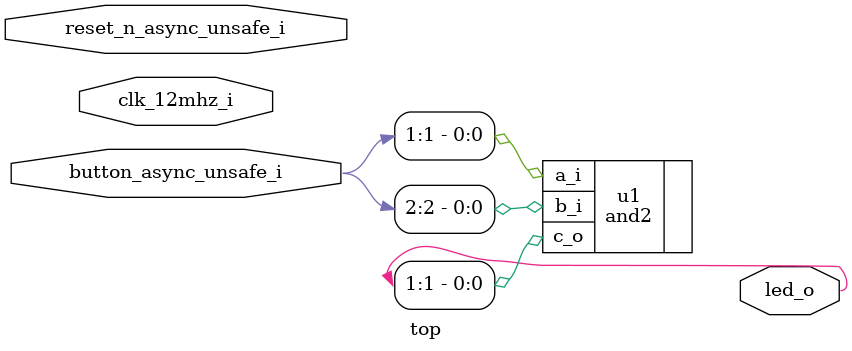
<source format=sv>
module top
  (input [0:0] clk_12mhz_i
  ,input [0:0] reset_n_async_unsafe_i
   // n: Negative Polarity (0 when pressed, 1 otherwise)
   // async: Not synchronized to clock
   // unsafe: Not De-Bounced
  ,input [3:1] button_async_unsafe_i
   // async: Not synchronized to clock
   // unsafe: Not De-Bounced
  ,output [5:1] led_o);

  // For this lab, instantiate your and2 gate. Using two wires from
  // btn_async_unsafe_i, drive an output wire in led_o.
  //
  // Your code goes here:
  and2 u1 (
    .a_i(button_async_unsafe_i[1]),
    .b_i(button_async_unsafe_i[2]),
    .c_o(led_o[1])
  );

endmodule

</source>
